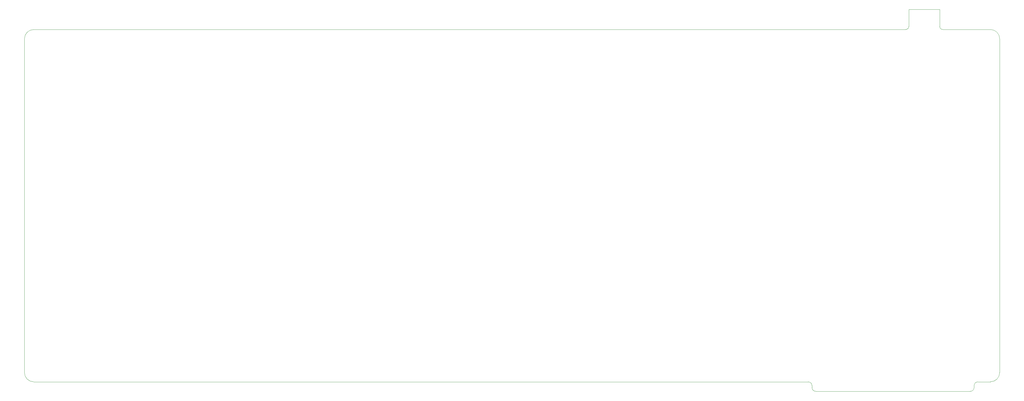
<source format=gbr>
%TF.GenerationSoftware,KiCad,Pcbnew,(5.1.11)-1*%
%TF.CreationDate,2022-09-06T18:14:57+07:00*%
%TF.ProjectId,TX75v2 PCB replacement,54583735-7632-4205-9043-42207265706c,rev?*%
%TF.SameCoordinates,Original*%
%TF.FileFunction,Profile,NP*%
%FSLAX46Y46*%
G04 Gerber Fmt 4.6, Leading zero omitted, Abs format (unit mm)*
G04 Created by KiCad (PCBNEW (5.1.11)-1) date 2022-09-06 18:14:57*
%MOMM*%
%LPD*%
G01*
G04 APERTURE LIST*
%TA.AperFunction,Profile*%
%ADD10C,0.050000*%
%TD*%
G04 APERTURE END LIST*
D10*
X273879881Y-166025238D02*
X273879881Y-166620551D01*
X221432733Y-166025124D02*
X221432733Y-166620437D01*
X252746796Y-49593874D02*
G75*
G02*
X251746796Y-50593874I-1000000J0D01*
G01*
X263746796Y-50593874D02*
G75*
G02*
X262746796Y-49593874I0J1000000D01*
G01*
X220182733Y-164775124D02*
G75*
G02*
X221432733Y-166025124I0J-1250000D01*
G01*
X222682733Y-167870437D02*
G75*
G02*
X221432733Y-166620437I0J1250000D01*
G01*
X273879881Y-166620551D02*
G75*
G02*
X272629881Y-167870551I-1250000J0D01*
G01*
X273879881Y-166025238D02*
G75*
G02*
X275129881Y-164775238I1250000J0D01*
G01*
X282154608Y-161775124D02*
G75*
G02*
X279154608Y-164775124I-3000000J0D01*
G01*
X279154608Y-50593874D02*
G75*
G02*
X282154608Y-53593874I0J-3000000D01*
G01*
X-33361017Y-53593874D02*
G75*
G02*
X-30361017Y-50593874I3000000J0D01*
G01*
X-30361017Y-164775124D02*
G75*
G02*
X-33361017Y-161775124I0J3000000D01*
G01*
X-30361017Y-50593874D02*
X251746796Y-50593874D01*
X252746796Y-44093874D02*
X252746796Y-49593874D01*
X-33361017Y-161775124D02*
X-33361017Y-53593874D01*
X220182733Y-164775124D02*
X-30361017Y-164775124D01*
X272629881Y-167870551D02*
X222682733Y-167870437D01*
X279154608Y-164775124D02*
X275129881Y-164775238D01*
X282154608Y-53593874D02*
X282154608Y-161775124D01*
X263746796Y-50593874D02*
X279154608Y-50593874D01*
X262746796Y-44093874D02*
X262746796Y-49593874D01*
X252746796Y-44093874D02*
X262746796Y-44093874D01*
M02*

</source>
